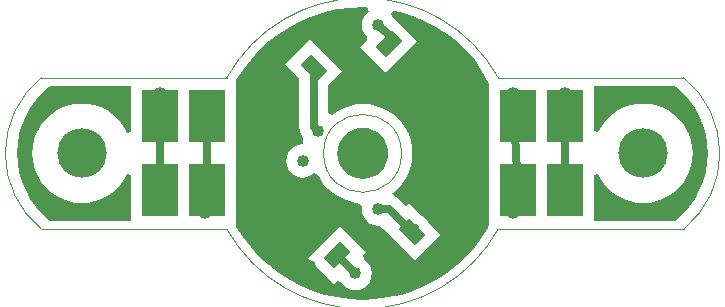
<source format=gbl>
%FSLAX25Y25*%
%MOIN*%
G70*
G01*
G75*
G04 Layer_Physical_Order=2*
G04 Layer_Color=65280*
%ADD10P,0.08352X4X360.0*%
%ADD11P,0.08352X4X90.0*%
%ADD12C,0.02500*%
%ADD13C,0.00100*%
%ADD14C,0.16500*%
%ADD15C,0.04000*%
G04:AMPARAMS|DCode=16|XSize=80mil|YSize=50mil|CornerRadius=0mil|HoleSize=0mil|Usage=FLASHONLY|Rotation=225.000|XOffset=0mil|YOffset=0mil|HoleType=Round|Shape=Rectangle|*
%AMROTATEDRECTD16*
4,1,4,0.01061,0.04596,0.04596,0.01061,-0.01061,-0.04596,-0.04596,-0.01061,0.01061,0.04596,0.0*
%
%ADD16ROTATEDRECTD16*%

G04:AMPARAMS|DCode=17|XSize=80mil|YSize=50mil|CornerRadius=0mil|HoleSize=0mil|Usage=FLASHONLY|Rotation=315.000|XOffset=0mil|YOffset=0mil|HoleType=Round|Shape=Rectangle|*
%AMROTATEDRECTD17*
4,1,4,-0.04596,0.01061,-0.01061,0.04596,0.04596,-0.01061,0.01061,-0.04596,-0.04596,0.01061,0.0*
%
%ADD17ROTATEDRECTD17*%

%ADD18R,0.12205X0.17716*%
%ADD19R,0.12205X0.17716*%
G36*
X704159Y522447D02*
X704480Y522201D01*
X704483Y522179D01*
X704483Y522179D01*
X704483Y522179D01*
X706699Y520199D01*
X708828Y517816D01*
X710677Y515210D01*
X712223Y512413D01*
X713446Y509461D01*
X714330Y506391D01*
X714866Y503240D01*
X715045Y500050D01*
X714866Y496860D01*
X714330Y493709D01*
X713446Y490639D01*
X712223Y487687D01*
X710677Y484890D01*
X708828Y482284D01*
X706699Y479901D01*
X704483Y477921D01*
X704483D01*
X704483Y477921D01*
X704480Y477899D01*
X704159Y477653D01*
X704042Y477500D01*
X677102D01*
Y492743D01*
X678563Y493084D01*
X679205Y491782D01*
X680407Y489984D01*
X681833Y488358D01*
X683459Y486932D01*
X685257Y485730D01*
X687197Y484773D01*
X689245Y484078D01*
X691367Y483656D01*
X693525Y483515D01*
X695683Y483656D01*
X697805Y484078D01*
X699853Y484773D01*
X701793Y485730D01*
X703591Y486932D01*
X705217Y488358D01*
X706643Y489984D01*
X707845Y491782D01*
X708802Y493722D01*
X709497Y495770D01*
X709919Y497892D01*
X710060Y500050D01*
X709919Y502208D01*
X709497Y504330D01*
X708802Y506378D01*
X707845Y508318D01*
X706643Y510116D01*
X705217Y511742D01*
X703591Y513168D01*
X701793Y514370D01*
X699853Y515327D01*
X697805Y516022D01*
X695683Y516444D01*
X693525Y516585D01*
X691367Y516444D01*
X689245Y516022D01*
X687197Y515327D01*
X685257Y514370D01*
X683459Y513168D01*
X681833Y511742D01*
X680407Y510116D01*
X679205Y508318D01*
X678563Y507016D01*
X677102Y507357D01*
Y522500D01*
X704118D01*
X704159Y522447D01*
D02*
G37*
G36*
X601526Y548667D02*
X601977Y547237D01*
X601273Y546696D01*
X600391Y545547D01*
X599837Y544209D01*
X599648Y542774D01*
X599837Y541338D01*
X600391Y540000D01*
X601273Y538851D01*
X601354Y537617D01*
X599065Y535328D01*
X607550Y526843D01*
X618157Y537450D01*
X609805Y545802D01*
X609388Y546345D01*
X610194Y547610D01*
X612613Y547073D01*
X616668Y545795D01*
X620596Y544168D01*
X624367Y542205D01*
X627953Y539921D01*
X631326Y537332D01*
X634460Y534460D01*
X636962Y531729D01*
X642150Y523084D01*
Y500142D01*
X642150D01*
Y476099D01*
X641922Y475190D01*
X639921Y472047D01*
X637332Y468674D01*
X634460Y465540D01*
X631326Y462668D01*
X627953Y460079D01*
X624367Y457795D01*
X620596Y455832D01*
X616668Y454205D01*
X612613Y452927D01*
X608463Y452006D01*
X604247Y451451D01*
X600000Y451266D01*
X595753Y451451D01*
X591537Y452006D01*
X587387Y452927D01*
X583332Y454205D01*
X579404Y455832D01*
X575633Y457795D01*
X572047Y460079D01*
X568674Y462668D01*
X565540Y465540D01*
X562668Y468674D01*
X560079Y472047D01*
X557854Y475540D01*
Y500142D01*
X557854D01*
Y524460D01*
X560079Y527953D01*
X562668Y531326D01*
X565540Y534460D01*
X568674Y537332D01*
X572047Y539921D01*
X575633Y542205D01*
X579404Y544168D01*
X583332Y545795D01*
X587387Y547073D01*
X591537Y547994D01*
X595753Y548549D01*
X600000Y548734D01*
X601526Y548667D01*
D02*
G37*
G36*
X522902Y507146D02*
X521441Y506806D01*
X520695Y508318D01*
X519493Y510116D01*
X518067Y511742D01*
X516441Y513168D01*
X514643Y514370D01*
X512703Y515327D01*
X510655Y516022D01*
X508533Y516444D01*
X506375Y516585D01*
X504217Y516444D01*
X502095Y516022D01*
X500047Y515327D01*
X498107Y514370D01*
X496309Y513168D01*
X494683Y511742D01*
X493257Y510116D01*
X492055Y508318D01*
X491098Y506378D01*
X490403Y504330D01*
X489981Y502208D01*
X489840Y500050D01*
X489981Y497892D01*
X490403Y495770D01*
X491098Y493722D01*
X492055Y491782D01*
X493257Y489984D01*
X494683Y488358D01*
X496309Y486932D01*
X498107Y485730D01*
X500047Y484773D01*
X502095Y484078D01*
X504217Y483656D01*
X506375Y483515D01*
X508533Y483656D01*
X510655Y484078D01*
X512703Y484773D01*
X514643Y485730D01*
X516441Y486932D01*
X518067Y488358D01*
X519493Y489984D01*
X520695Y491782D01*
X521441Y493294D01*
X522902Y492954D01*
Y477500D01*
X495858D01*
X495741Y477653D01*
X495420Y477899D01*
X495417Y477921D01*
X495417Y477921D01*
X495417Y477921D01*
X493201Y479901D01*
X491072Y482284D01*
X489223Y484890D01*
X487677Y487687D01*
X486454Y490639D01*
X485570Y493709D01*
X485034Y496860D01*
X484855Y500050D01*
X485034Y503240D01*
X485570Y506391D01*
X486454Y509461D01*
X487677Y512413D01*
X489223Y515210D01*
X491072Y517816D01*
X493201Y520199D01*
X495417Y522179D01*
X495417D01*
X495417Y522179D01*
X495420Y522201D01*
X495741Y522447D01*
X495782Y522500D01*
X522902D01*
Y507146D01*
D02*
G37*
%LPC*%
G36*
X592450Y475657D02*
X581843Y465050D01*
X590328Y456565D01*
X591273Y457509D01*
X592696Y457226D01*
X593577Y456077D01*
X594726Y455196D01*
X596064Y454642D01*
X597500Y454453D01*
X598936Y454642D01*
X600274Y455196D01*
X601423Y456077D01*
X602304Y457226D01*
X602858Y458564D01*
X603048Y460000D01*
X602858Y461436D01*
X602304Y462774D01*
X601423Y463923D01*
X600274Y464804D01*
X599991Y466227D01*
X600935Y467172D01*
X592450Y475657D01*
D02*
G37*
G36*
X582550Y538157D02*
X574065Y529672D01*
X578820Y524917D01*
Y508889D01*
X578820Y508889D01*
X578820D01*
X578983Y507649D01*
X579462Y506494D01*
X579611Y506300D01*
X579642Y506064D01*
X580196Y504726D01*
X580217Y504698D01*
X580061Y503514D01*
X579861Y503029D01*
X578564Y502858D01*
X577226Y502304D01*
X576077Y501423D01*
X575196Y500274D01*
X574642Y498936D01*
X574452Y497500D01*
X574642Y496064D01*
X575196Y494726D01*
X576077Y493577D01*
X577226Y492696D01*
X578564Y492142D01*
X580000Y491953D01*
X581436Y492142D01*
X582774Y492696D01*
X583600Y493329D01*
X584528Y493113D01*
X585286Y492531D01*
X585680Y491732D01*
X586882Y489934D01*
X588308Y488308D01*
X589934Y486882D01*
X591732Y485680D01*
X593672Y484723D01*
X595720Y484028D01*
X597842Y483606D01*
X598153Y483586D01*
X599129Y483181D01*
X599786Y482381D01*
X599663Y481446D01*
X599852Y480011D01*
X600406Y478673D01*
X601287Y477524D01*
X602436Y476642D01*
X603774Y476088D01*
X605210Y475899D01*
X605814Y475978D01*
X606843Y474950D01*
Y474950D01*
X606843D01*
D01*
D01*
X606843D01*
X617450Y464343D01*
X625935Y472828D01*
X621848Y476916D01*
X621649Y477395D01*
X620888Y478388D01*
X619896Y479149D01*
X619416Y479348D01*
X615328Y483435D01*
X614473Y482580D01*
X612220Y484834D01*
D01*
X612220Y484834D01*
D01*
D01*
D01*
X612220Y484834D01*
X612220Y484834D01*
X611227Y485596D01*
X610889Y485736D01*
X610072Y486074D01*
X609908Y486776D01*
X610066Y486882D01*
X611692Y488308D01*
X613118Y489934D01*
X614320Y491732D01*
X615277Y493672D01*
X615972Y495720D01*
X616394Y497842D01*
X616535Y500000D01*
X616394Y502158D01*
X615972Y504280D01*
X615277Y506328D01*
X614320Y508268D01*
X613118Y510066D01*
X611692Y511692D01*
X610066Y513118D01*
X608268Y514320D01*
X606328Y515277D01*
X604280Y515972D01*
X602158Y516394D01*
X600000Y516535D01*
X597842Y516394D01*
X595720Y515972D01*
X593672Y515277D01*
X591732Y514320D01*
X589934Y513118D01*
X589768Y512973D01*
X588402Y513592D01*
Y522795D01*
X593157Y527550D01*
X582550Y538157D01*
D02*
G37*
%LPD*%
G36*
X601656Y508328D02*
X603249Y507845D01*
X604717Y507060D01*
X606004Y506004D01*
X607060Y504717D01*
X607845Y503249D01*
X608328Y501656D01*
X608491Y500000D01*
X608328Y498344D01*
X607845Y496751D01*
X607060Y495283D01*
X606004Y493996D01*
X604717Y492940D01*
X603249Y492155D01*
X601656Y491672D01*
X600000Y491509D01*
X598344Y491672D01*
X596751Y492155D01*
X595283Y492940D01*
X593996Y493996D01*
X592940Y495283D01*
X592155Y496751D01*
X591672Y498344D01*
X591509Y500000D01*
X591672Y501656D01*
X592155Y503249D01*
X592940Y504717D01*
X593996Y506004D01*
X595283Y507060D01*
X596751Y507845D01*
X598344Y508328D01*
X600000Y508491D01*
X601656Y508328D01*
D02*
G37*
D12*
X605196Y542774D02*
X608611Y539359D01*
Y536389D02*
Y539359D01*
X650000Y520000D02*
X650413Y512427D01*
X651752Y487894D01*
X650000Y486142D02*
X651752Y487894D01*
X651752Y487894D01*
X650000Y480000D02*
Y486142D01*
X564000Y481000D02*
Y512500D01*
X565000D02*
Y527500D01*
X577500Y540000D01*
X583611Y508889D02*
Y528611D01*
Y508889D02*
X585000Y507500D01*
X608832Y481446D02*
X616389Y473889D01*
X605210Y481446D02*
X608832D01*
X591389Y466111D02*
X597500Y460000D01*
X636004Y487894D02*
Y512500D01*
X628504Y502500D02*
X636004Y510000D01*
X625000Y502500D02*
X628504D01*
X616389Y473889D02*
X617500Y475000D01*
X594722Y480000D02*
X608611Y466111D01*
X590000Y480000D02*
X594722D01*
X583889Y473889D02*
X590000Y480000D01*
X583611Y473889D02*
X583889D01*
X582222Y472500D02*
X583611Y473889D01*
X572500Y472500D02*
X582222D01*
X564000Y481000D02*
X572500Y472500D01*
X577500Y540000D02*
X587778D01*
X591389Y536389D01*
Y536111D02*
Y536389D01*
Y536111D02*
X597500Y530000D01*
Y525000D02*
Y530000D01*
Y525000D02*
X600000Y522500D01*
X602500Y520000D01*
X607500D01*
X616111Y528611D01*
X616389D01*
X632500Y512500D01*
X636004D01*
X667500Y487894D02*
Y520000D01*
X635000Y477500D02*
X636004Y487894D01*
X548252Y487894D02*
X548252Y487894D01*
Y512500D01*
X532504Y487894D02*
X532504Y487894D01*
X532504Y487894D02*
Y512500D01*
D13*
X645179Y525300D02*
G03*
X554721Y525300I-45229J-25250D01*
G01*
Y474800D02*
G03*
X645179Y474800I45229J25250D01*
G01*
X612950Y500050D02*
G03*
X612950Y500050I-13000J0D01*
G01*
X492888Y525300D02*
G03*
X492888Y474800I20462J-25250D01*
G01*
X707012D02*
G03*
X707012Y525300I-20462J25250D01*
G01*
X492888Y474800D02*
X554721D01*
X492888Y525300D02*
X554721D01*
X645179Y474800D02*
X707012D01*
X645179Y525300D02*
X707012D01*
D14*
X506375Y500050D02*
D03*
X693525D02*
D03*
D15*
X582500Y462500D02*
D03*
X597500Y460000D02*
D03*
X547500Y480000D02*
D03*
X532500Y520000D02*
D03*
X605210Y481446D02*
D03*
X580000Y497500D02*
D03*
X565000Y512500D02*
D03*
X585000Y507500D02*
D03*
X605196Y542774D02*
D03*
X625000Y502500D02*
D03*
X636926Y485841D02*
D03*
X650000Y480000D02*
D03*
Y520000D02*
D03*
X667500D02*
D03*
D16*
X583611Y473889D02*
D03*
X591389Y466111D02*
D03*
X616389Y528611D02*
D03*
X608611Y536389D02*
D03*
D17*
Y466111D02*
D03*
X616389Y473889D02*
D03*
X591389Y536389D02*
D03*
X583611Y528611D02*
D03*
D18*
X636004Y512500D02*
D03*
X651752D02*
D03*
X667500D02*
D03*
X564000Y487894D02*
D03*
X548252D02*
D03*
X532504D02*
D03*
D19*
X636004D02*
D03*
X651752D02*
D03*
X667500D02*
D03*
X564000Y512500D02*
D03*
X548252D02*
D03*
X532504D02*
D03*
M02*

</source>
